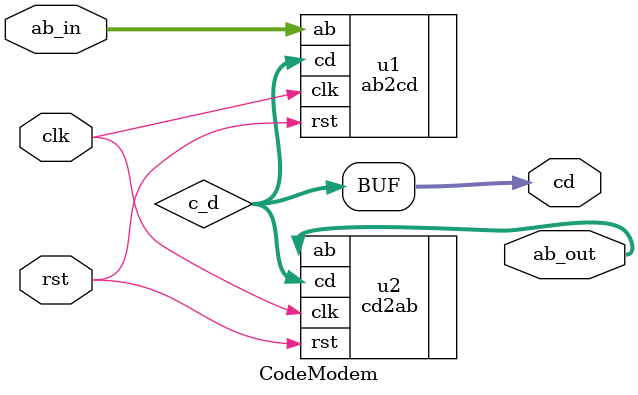
<source format=v>
module CodeModem (
	rst,clk,ab_in,
	cd,ab_out); 
	
	input		rst;   //复位信号，高电平有效
	input		clk;   //FPGA系统时钟
	input	 [1:0]	ab_in;     //输入的绝对码数据
	output [1:0]	cd;        //转换后的相对码数据
	output [1:0]	ab_out;    //反转换后的绝对码数据
	
	//实例化绝对码转相对码模块ab2cd
	wire  [1:0] c_d;	
   ab2cd u1 (
	   .rst (rst),
		.clk (clk),
		.ab (ab_in),
		.cd (c_d));
		
	//实例化相对码转绝对码模块cd2ab
   cd2ab u2 (
	   .rst (rst),
		.clk (clk),
		.cd (c_d),
		.ab (ab_out));	
		
	assign cd = c_d;
	
endmodule
	
</source>
